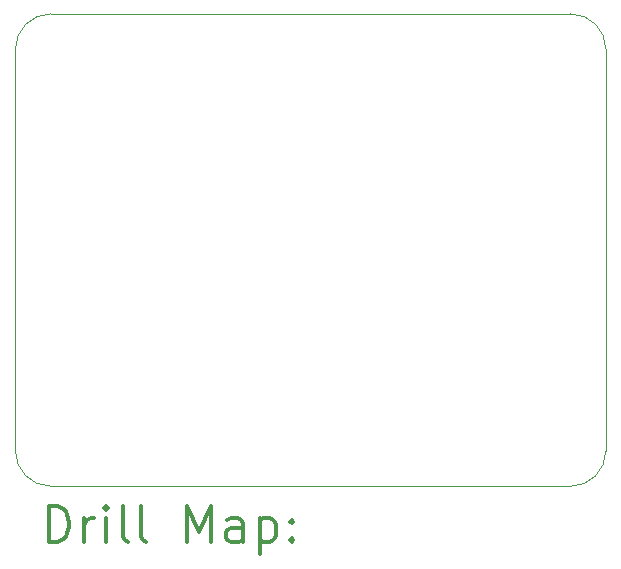
<source format=gbr>
%FSLAX45Y45*%
G04 Gerber Fmt 4.5, Leading zero omitted, Abs format (unit mm)*
G04 Created by KiCad (PCBNEW (5.1.12-1-10_14)) date 2022-02-15 12:54:34*
%MOMM*%
%LPD*%
G01*
G04 APERTURE LIST*
%TA.AperFunction,Profile*%
%ADD10C,0.100000*%
%TD*%
%ADD11C,0.200000*%
%ADD12C,0.300000*%
G04 APERTURE END LIST*
D10*
X25600000Y-7000000D02*
G75*
G02*
X25900000Y-7300000I0J-300000D01*
G01*
X25900000Y-10700000D02*
G75*
G02*
X25600000Y-11000000I-300000J0D01*
G01*
X21200000Y-11000000D02*
G75*
G02*
X20900000Y-10700000I0J300000D01*
G01*
X20900000Y-7300000D02*
G75*
G02*
X21200000Y-7000000I300000J0D01*
G01*
X20900000Y-10700000D02*
X20900000Y-7300000D01*
X25600000Y-11000000D02*
X21200000Y-11000000D01*
X25900000Y-7300000D02*
X25900000Y-10700000D01*
X21200000Y-7000000D02*
X25600000Y-7000000D01*
D11*
D12*
X21181428Y-11470714D02*
X21181428Y-11170714D01*
X21252857Y-11170714D01*
X21295714Y-11185000D01*
X21324286Y-11213571D01*
X21338571Y-11242143D01*
X21352857Y-11299286D01*
X21352857Y-11342143D01*
X21338571Y-11399286D01*
X21324286Y-11427857D01*
X21295714Y-11456429D01*
X21252857Y-11470714D01*
X21181428Y-11470714D01*
X21481428Y-11470714D02*
X21481428Y-11270714D01*
X21481428Y-11327857D02*
X21495714Y-11299286D01*
X21510000Y-11285000D01*
X21538571Y-11270714D01*
X21567143Y-11270714D01*
X21667143Y-11470714D02*
X21667143Y-11270714D01*
X21667143Y-11170714D02*
X21652857Y-11185000D01*
X21667143Y-11199286D01*
X21681428Y-11185000D01*
X21667143Y-11170714D01*
X21667143Y-11199286D01*
X21852857Y-11470714D02*
X21824286Y-11456429D01*
X21810000Y-11427857D01*
X21810000Y-11170714D01*
X22010000Y-11470714D02*
X21981428Y-11456429D01*
X21967143Y-11427857D01*
X21967143Y-11170714D01*
X22352857Y-11470714D02*
X22352857Y-11170714D01*
X22452857Y-11385000D01*
X22552857Y-11170714D01*
X22552857Y-11470714D01*
X22824286Y-11470714D02*
X22824286Y-11313571D01*
X22810000Y-11285000D01*
X22781428Y-11270714D01*
X22724286Y-11270714D01*
X22695714Y-11285000D01*
X22824286Y-11456429D02*
X22795714Y-11470714D01*
X22724286Y-11470714D01*
X22695714Y-11456429D01*
X22681428Y-11427857D01*
X22681428Y-11399286D01*
X22695714Y-11370714D01*
X22724286Y-11356429D01*
X22795714Y-11356429D01*
X22824286Y-11342143D01*
X22967143Y-11270714D02*
X22967143Y-11570714D01*
X22967143Y-11285000D02*
X22995714Y-11270714D01*
X23052857Y-11270714D01*
X23081428Y-11285000D01*
X23095714Y-11299286D01*
X23110000Y-11327857D01*
X23110000Y-11413571D01*
X23095714Y-11442143D01*
X23081428Y-11456429D01*
X23052857Y-11470714D01*
X22995714Y-11470714D01*
X22967143Y-11456429D01*
X23238571Y-11442143D02*
X23252857Y-11456429D01*
X23238571Y-11470714D01*
X23224286Y-11456429D01*
X23238571Y-11442143D01*
X23238571Y-11470714D01*
X23238571Y-11285000D02*
X23252857Y-11299286D01*
X23238571Y-11313571D01*
X23224286Y-11299286D01*
X23238571Y-11285000D01*
X23238571Y-11313571D01*
M02*

</source>
